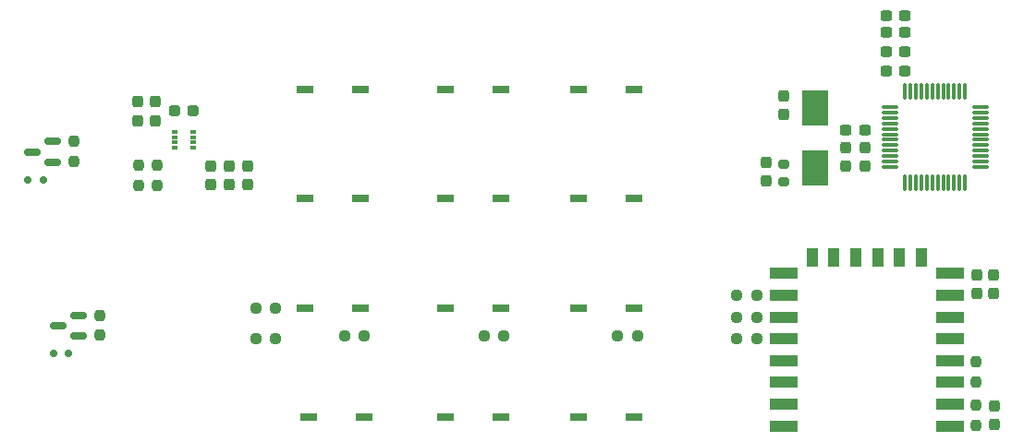
<source format=gbr>
%TF.GenerationSoftware,KiCad,Pcbnew,7.0.9*%
%TF.CreationDate,2023-12-04T18:13:03+01:00*%
%TF.ProjectId,projekt1,70726f6a-656b-4743-912e-6b696361645f,rev?*%
%TF.SameCoordinates,Original*%
%TF.FileFunction,Paste,Top*%
%TF.FilePolarity,Positive*%
%FSLAX46Y46*%
G04 Gerber Fmt 4.6, Leading zero omitted, Abs format (unit mm)*
G04 Created by KiCad (PCBNEW 7.0.9) date 2023-12-04 18:13:03*
%MOMM*%
%LPD*%
G01*
G04 APERTURE LIST*
G04 Aperture macros list*
%AMRoundRect*
0 Rectangle with rounded corners*
0 $1 Rounding radius*
0 $2 $3 $4 $5 $6 $7 $8 $9 X,Y pos of 4 corners*
0 Add a 4 corners polygon primitive as box body*
4,1,4,$2,$3,$4,$5,$6,$7,$8,$9,$2,$3,0*
0 Add four circle primitives for the rounded corners*
1,1,$1+$1,$2,$3*
1,1,$1+$1,$4,$5*
1,1,$1+$1,$6,$7*
1,1,$1+$1,$8,$9*
0 Add four rect primitives between the rounded corners*
20,1,$1+$1,$2,$3,$4,$5,0*
20,1,$1+$1,$4,$5,$6,$7,0*
20,1,$1+$1,$6,$7,$8,$9,0*
20,1,$1+$1,$8,$9,$2,$3,0*%
G04 Aperture macros list end*
%ADD10R,1.600000X0.760000*%
%ADD11RoundRect,0.237500X0.237500X-0.300000X0.237500X0.300000X-0.237500X0.300000X-0.237500X-0.300000X0*%
%ADD12R,2.500000X1.000000*%
%ADD13R,1.000000X1.800000*%
%ADD14RoundRect,0.237500X-0.287500X-0.237500X0.287500X-0.237500X0.287500X0.237500X-0.287500X0.237500X0*%
%ADD15RoundRect,0.237500X0.300000X0.237500X-0.300000X0.237500X-0.300000X-0.237500X0.300000X-0.237500X0*%
%ADD16RoundRect,0.237500X-0.237500X0.250000X-0.237500X-0.250000X0.237500X-0.250000X0.237500X0.250000X0*%
%ADD17RoundRect,0.237500X0.237500X-0.250000X0.237500X0.250000X-0.237500X0.250000X-0.237500X-0.250000X0*%
%ADD18RoundRect,0.237500X-0.237500X0.300000X-0.237500X-0.300000X0.237500X-0.300000X0.237500X0.300000X0*%
%ADD19RoundRect,0.237500X-0.250000X-0.237500X0.250000X-0.237500X0.250000X0.237500X-0.250000X0.237500X0*%
%ADD20RoundRect,0.075000X-0.662500X-0.075000X0.662500X-0.075000X0.662500X0.075000X-0.662500X0.075000X0*%
%ADD21RoundRect,0.075000X-0.075000X-0.662500X0.075000X-0.662500X0.075000X0.662500X-0.075000X0.662500X0*%
%ADD22RoundRect,0.150000X-0.150000X-0.200000X0.150000X-0.200000X0.150000X0.200000X-0.150000X0.200000X0*%
%ADD23RoundRect,0.237500X0.250000X0.237500X-0.250000X0.237500X-0.250000X-0.237500X0.250000X-0.237500X0*%
%ADD24R,2.400000X3.325000*%
%ADD25RoundRect,0.200000X-0.275000X0.200000X-0.275000X-0.200000X0.275000X-0.200000X0.275000X0.200000X0*%
%ADD26RoundRect,0.150000X0.587500X0.150000X-0.587500X0.150000X-0.587500X-0.150000X0.587500X-0.150000X0*%
%ADD27R,0.475000X0.300000*%
G04 APERTURE END LIST*
D10*
%TO.C,SW11*%
X139960000Y-108390000D03*
X145040000Y-108390000D03*
%TD*%
%TO.C,SW8*%
X127710000Y-118380000D03*
X132790000Y-118380000D03*
%TD*%
D11*
%TO.C,C8*%
X109650000Y-97090000D03*
X109650000Y-95365000D03*
%TD*%
D12*
%TO.C,U2*%
X173950000Y-119240000D03*
X173950000Y-117240000D03*
X173950000Y-115240000D03*
X173950000Y-113240000D03*
X173950000Y-111240000D03*
X173950000Y-109240000D03*
X173950000Y-107240000D03*
X173950000Y-105240000D03*
D13*
X171350000Y-103740000D03*
X169350000Y-103740000D03*
X167350000Y-103740000D03*
X165350000Y-103740000D03*
X163350000Y-103740000D03*
X161350000Y-103740000D03*
D12*
X158750000Y-105240000D03*
X158750000Y-107240000D03*
X158750000Y-109240000D03*
X158750000Y-111240000D03*
X158750000Y-113240000D03*
X158750000Y-115240000D03*
X158750000Y-117240000D03*
X158750000Y-119240000D03*
%TD*%
D11*
%TO.C,C11*%
X164400000Y-95427500D03*
X164400000Y-93702500D03*
%TD*%
D14*
%TO.C,L1*%
X102925000Y-90340000D03*
X104675000Y-90340000D03*
%TD*%
D15*
%TO.C,C7*%
X169842500Y-81580000D03*
X168117500Y-81580000D03*
%TD*%
D10*
%TO.C,SW1*%
X114920000Y-88350000D03*
X120000000Y-88350000D03*
%TD*%
%TO.C,SW5*%
X127710000Y-88350000D03*
X132790000Y-88350000D03*
%TD*%
D16*
%TO.C,R8*%
X176350000Y-113377500D03*
X176350000Y-115202500D03*
%TD*%
D17*
%TO.C,R7*%
X176350000Y-119152500D03*
X176350000Y-117327500D03*
%TD*%
D18*
%TO.C,C1*%
X158750000Y-88927500D03*
X158750000Y-90652500D03*
%TD*%
D19*
%TO.C,R1*%
X118497500Y-110990000D03*
X120322500Y-110990000D03*
%TD*%
D20*
%TO.C,U1*%
X168437500Y-89977500D03*
X168437500Y-90477500D03*
X168437500Y-90977500D03*
X168437500Y-91477500D03*
X168437500Y-91977500D03*
X168437500Y-92477500D03*
X168437500Y-92977500D03*
X168437500Y-93477500D03*
X168437500Y-93977500D03*
X168437500Y-94477500D03*
X168437500Y-94977500D03*
X168437500Y-95477500D03*
D21*
X169850000Y-96890000D03*
X170350000Y-96890000D03*
X170850000Y-96890000D03*
X171350000Y-96890000D03*
X171850000Y-96890000D03*
X172350000Y-96890000D03*
X172850000Y-96890000D03*
X173350000Y-96890000D03*
X173850000Y-96890000D03*
X174350000Y-96890000D03*
X174850000Y-96890000D03*
X175350000Y-96890000D03*
D20*
X176762500Y-95477500D03*
X176762500Y-94977500D03*
X176762500Y-94477500D03*
X176762500Y-93977500D03*
X176762500Y-93477500D03*
X176762500Y-92977500D03*
X176762500Y-92477500D03*
X176762500Y-91977500D03*
X176762500Y-91477500D03*
X176762500Y-90977500D03*
X176762500Y-90477500D03*
X176762500Y-89977500D03*
D21*
X175350000Y-88565000D03*
X174850000Y-88565000D03*
X174350000Y-88565000D03*
X173850000Y-88565000D03*
X173350000Y-88565000D03*
X172850000Y-88565000D03*
X172350000Y-88565000D03*
X171850000Y-88565000D03*
X171350000Y-88565000D03*
X170850000Y-88565000D03*
X170350000Y-88565000D03*
X169850000Y-88565000D03*
%TD*%
D11*
%TO.C,C15*%
X178050000Y-119102500D03*
X178050000Y-117377500D03*
%TD*%
D22*
%TO.C,D14*%
X93230000Y-112590000D03*
X91830000Y-112590000D03*
%TD*%
D16*
%TO.C,R14*%
X93700000Y-93127500D03*
X93700000Y-94952500D03*
%TD*%
D10*
%TO.C,SW3*%
X114920000Y-108390000D03*
X120000000Y-108390000D03*
%TD*%
D19*
%TO.C,R2*%
X131287500Y-110990000D03*
X133112500Y-110990000D03*
%TD*%
D23*
%TO.C,R13*%
X112212500Y-111190000D03*
X110387500Y-111190000D03*
%TD*%
D18*
%TO.C,C6*%
X157100000Y-95027500D03*
X157100000Y-96752500D03*
%TD*%
D17*
%TO.C,R6*%
X99624000Y-97140000D03*
X99624000Y-95315000D03*
%TD*%
D18*
%TO.C,C12*%
X106250000Y-95365000D03*
X106250000Y-97090000D03*
%TD*%
D10*
%TO.C,SW2*%
X114920000Y-98350000D03*
X120000000Y-98350000D03*
%TD*%
%TO.C,SW4*%
X115205000Y-118380000D03*
X120285000Y-118380000D03*
%TD*%
D11*
%TO.C,C9*%
X166200000Y-95427500D03*
X166200000Y-93702500D03*
%TD*%
D22*
%TO.C,D13*%
X90880000Y-96640000D03*
X89480000Y-96640000D03*
%TD*%
D18*
%TO.C,C16*%
X99550000Y-89477500D03*
X99550000Y-91202500D03*
%TD*%
D11*
%TO.C,C10*%
X107950000Y-97090000D03*
X107950000Y-95365000D03*
%TD*%
D24*
%TO.C,Y1*%
X161600000Y-90040000D03*
X161600000Y-95565000D03*
%TD*%
D25*
%TO.C,R3*%
X158750000Y-95215000D03*
X158750000Y-96865000D03*
%TD*%
D18*
%TO.C,C13*%
X177950000Y-105390000D03*
X177950000Y-107115000D03*
%TD*%
D15*
%TO.C,C3*%
X169842500Y-84890000D03*
X168117500Y-84890000D03*
%TD*%
D17*
%TO.C,R15*%
X96062500Y-110902500D03*
X96062500Y-109077500D03*
%TD*%
D11*
%TO.C,C14*%
X101150000Y-91202500D03*
X101150000Y-89477500D03*
%TD*%
D15*
%TO.C,C5*%
X166162500Y-92090000D03*
X164437500Y-92090000D03*
%TD*%
D10*
%TO.C,SW7*%
X127710000Y-108390000D03*
X132790000Y-108390000D03*
%TD*%
D23*
%TO.C,R10*%
X156262500Y-107240000D03*
X154437500Y-107240000D03*
%TD*%
D10*
%TO.C,SW12*%
X139960000Y-118380000D03*
X145040000Y-118380000D03*
%TD*%
D19*
%TO.C,R4*%
X143537500Y-110990000D03*
X145362500Y-110990000D03*
%TD*%
D10*
%TO.C,SW10*%
X139960000Y-98350000D03*
X145040000Y-98350000D03*
%TD*%
%TO.C,SW9*%
X139960000Y-88350000D03*
X145040000Y-88350000D03*
%TD*%
D15*
%TO.C,C4*%
X169842500Y-83140000D03*
X168117500Y-83140000D03*
%TD*%
D23*
%TO.C,R12*%
X112212500Y-108390000D03*
X110387500Y-108390000D03*
%TD*%
D16*
%TO.C,R5*%
X101300000Y-95315000D03*
X101300000Y-97140000D03*
%TD*%
D10*
%TO.C,SW6*%
X127710000Y-98350000D03*
X132790000Y-98350000D03*
%TD*%
D26*
%TO.C,Q1*%
X91787500Y-95040000D03*
X91787500Y-93140000D03*
X89912500Y-94090000D03*
%TD*%
%TO.C,Q2*%
X94137500Y-110990000D03*
X94137500Y-109090000D03*
X92262500Y-110040000D03*
%TD*%
D19*
%TO.C,R9*%
X154437500Y-111240000D03*
X156262500Y-111240000D03*
%TD*%
%TO.C,R11*%
X154437500Y-109240000D03*
X156262500Y-109240000D03*
%TD*%
D15*
%TO.C,C2*%
X169842500Y-86640000D03*
X168117500Y-86640000D03*
%TD*%
D18*
%TO.C,C17*%
X176400000Y-105390000D03*
X176400000Y-107115000D03*
%TD*%
D27*
%TO.C,IC1*%
X104624000Y-93727500D03*
X104624000Y-93227500D03*
X104624000Y-92727500D03*
X104624000Y-92227500D03*
X102948000Y-92227500D03*
X102948000Y-92727500D03*
X102948000Y-93227500D03*
X102948000Y-93727500D03*
%TD*%
M02*

</source>
